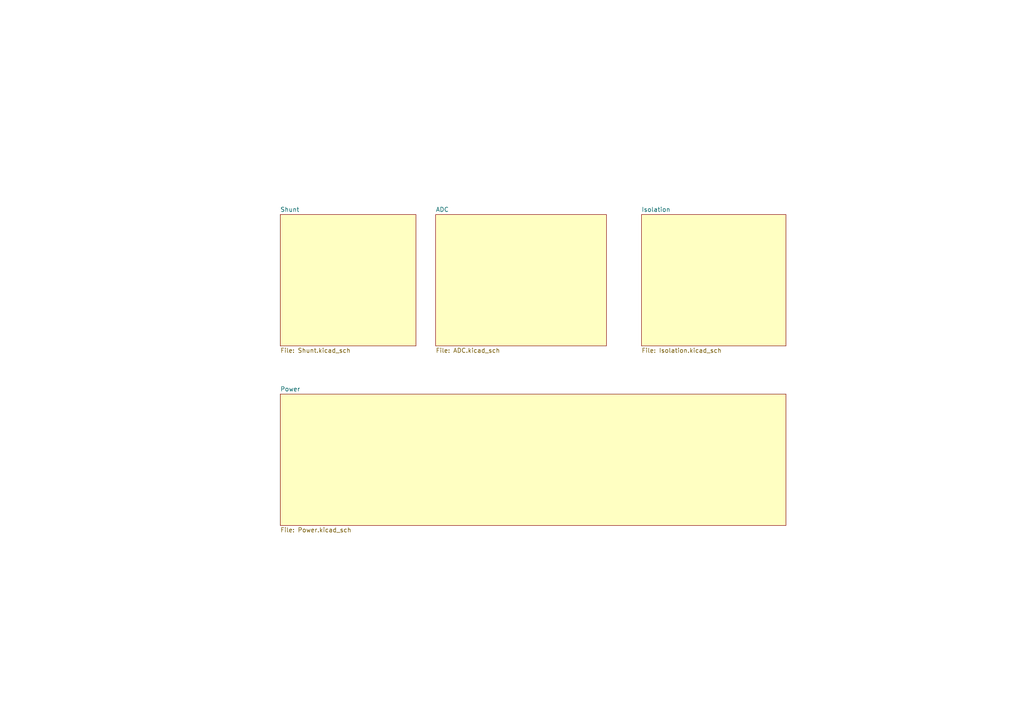
<source format=kicad_sch>
(kicad_sch
	(version 20231120)
	(generator "eeschema")
	(generator_version "8.0")
	(uuid "8c00fb7d-8cfe-468b-9ed3-32d6000462dd")
	(paper "A4")
	(lib_symbols)
	(sheet
		(at 126.365 62.23)
		(size 49.53 38.1)
		(fields_autoplaced yes)
		(stroke
			(width 0.1524)
			(type solid)
		)
		(fill
			(color 255 255 194 1.0000)
		)
		(uuid "0fe1e8e6-94f3-423b-8365-cd8c8da34f38")
		(property "Sheetname" "ADC"
			(at 126.365 61.5184 0)
			(effects
				(font
					(size 1.27 1.27)
				)
				(justify left bottom)
			)
		)
		(property "Sheetfile" "ADC.kicad_sch"
			(at 126.365 100.9146 0)
			(effects
				(font
					(size 1.27 1.27)
				)
				(justify left top)
			)
		)
		(instances
			(project "AD4030-Current"
				(path "/8c00fb7d-8cfe-468b-9ed3-32d6000462dd"
					(page "2")
				)
			)
		)
	)
	(sheet
		(at 81.28 62.23)
		(size 39.37 38.1)
		(fields_autoplaced yes)
		(stroke
			(width 0.1524)
			(type solid)
		)
		(fill
			(color 255 255 194 1.0000)
		)
		(uuid "1a7316af-c697-438b-8e8c-11ca1df305e7")
		(property "Sheetname" "Shunt"
			(at 81.28 61.5184 0)
			(effects
				(font
					(size 1.27 1.27)
				)
				(justify left bottom)
			)
		)
		(property "Sheetfile" "Shunt.kicad_sch"
			(at 81.28 100.9146 0)
			(effects
				(font
					(size 1.27 1.27)
				)
				(justify left top)
			)
		)
		(instances
			(project "AD4030-Current"
				(path "/8c00fb7d-8cfe-468b-9ed3-32d6000462dd"
					(page "4")
				)
			)
		)
	)
	(sheet
		(at 186.055 62.23)
		(size 41.91 38.1)
		(fields_autoplaced yes)
		(stroke
			(width 0.1524)
			(type solid)
		)
		(fill
			(color 255 255 194 1.0000)
		)
		(uuid "230b2fc6-60fb-41fc-8ad1-90fb1eb09ecc")
		(property "Sheetname" "Isolation"
			(at 186.055 61.5184 0)
			(effects
				(font
					(size 1.27 1.27)
				)
				(justify left bottom)
			)
		)
		(property "Sheetfile" "Isolation.kicad_sch"
			(at 186.055 100.9146 0)
			(effects
				(font
					(size 1.27 1.27)
				)
				(justify left top)
			)
		)
		(instances
			(project "AD4030-Current"
				(path "/8c00fb7d-8cfe-468b-9ed3-32d6000462dd"
					(page "3")
				)
			)
		)
	)
	(sheet
		(at 81.28 114.3)
		(size 146.685 38.1)
		(fields_autoplaced yes)
		(stroke
			(width 0.1524)
			(type solid)
		)
		(fill
			(color 255 255 194 1.0000)
		)
		(uuid "ea276334-954d-41d2-ac30-daf9993bb7c8")
		(property "Sheetname" "Power"
			(at 81.28 113.5884 0)
			(effects
				(font
					(size 1.27 1.27)
				)
				(justify left bottom)
			)
		)
		(property "Sheetfile" "Power.kicad_sch"
			(at 81.28 152.9846 0)
			(effects
				(font
					(size 1.27 1.27)
				)
				(justify left top)
			)
		)
		(instances
			(project "AD4030-Current"
				(path "/8c00fb7d-8cfe-468b-9ed3-32d6000462dd"
					(page "5")
				)
			)
		)
	)
	(sheet_instances
		(path "/"
			(page "1")
		)
	)
)

</source>
